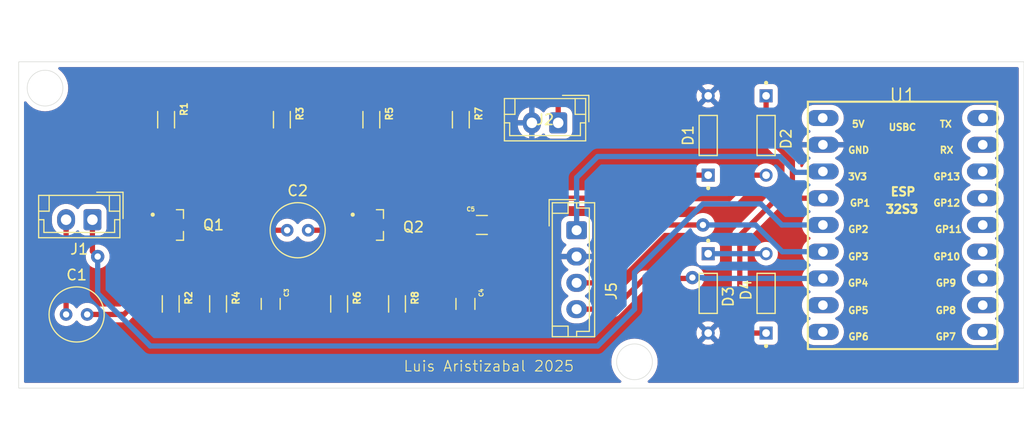
<source format=kicad_pcb>
(kicad_pcb (version 20240108) (generator "pcbnew") (generator_version "8.0")
  (layers (0 "F.Cu" signal) (31 "B.Cu" signal) (34 "B.Paste" user) (35 "F.Paste" user) (36 "B.SilkS" user "B.Silkscreen") (37 "F.SilkS" user "F.Silkscreen") (38 "B.Mask" user) (39 "F.Mask" user) (44 "Edge.Cuts" user))
  (net 0 "")
  (net 1 "/PWMInput")
  (net 2 "Net-(J1-Pin_2)")
  (net 3 "Net-(J2-Pin_1)")
  (net 4 "GND")
  (net 5 "/3V3")
  (net 6 "/SDA")
  (net 7 "/SCL")
  (net 8 "Net-(C1-Pad2)")
  (net 9 "Net-(C2-Pad2)")
  (net 10 "Net-(C2-Pad1)")
  (net 11 "Net-(C3-Pad1)")
  (net 12 "Net-(C4-Pad1)")
  (net 13 "/GSROutput")
  (net 14 "Net-(C5-Pad1)")
  (net 27 "Net-(C5-Pad2)")
  (net 28 "Net-(D3-PadK)")
  (footprint "1N4148:DIOAD753W49L380D172B" (layer "F.Cu") (at 148.5 63.5 -90)
    (property "Reference" "D3" (at 0.3175 -1.905 90) (layer "F.SilkS"))
    (property "Value" "1N4148")
    (fp_line (start -1.9025 0.86) (end -1.9025 -0.86) (stroke (width 0.127)) (layer "F.SilkS"))
    (fp_line (start 1.9025 0.86) (end -1.9025 0.86) (stroke (width 0.127)) (layer "F.SilkS"))
    (fp_line (start -1.9025 -0.86) (end 1.9025 -0.86) (stroke (width 0.127)) (layer "F.SilkS"))
    (fp_line (start 1.9025 -0.86) (end 1.9025 0.86) (stroke (width 0.127)) (layer "F.SilkS"))
    (fp_circle (center -5 0) (end -4.9 0) (stroke (width 0.2)) (fill none) (layer "F.SilkS"))
    (pad "A" thru_hole circle (at 3.7685 0 270) (size 1.238 1.238) (drill 0.73) (layers "*.Cu" "*.Mask" "In1.Cu" "In2.Cu" "In3.Cu" "In4.Cu" "In5.Cu" "In6.Cu" "In7.Cu" "In8.Cu" "In9.Cu" "In10.Cu" "In11.Cu" "In12.Cu" "In13.Cu" "In14.Cu" "In15.Cu" "In16.Cu" "In17.Cu" "In18.Cu" "In19.Cu" "In20.Cu" "In21.Cu" "In22.Cu" "In23.Cu" "In24.Cu" "In25.Cu" "In26.Cu" "In27.Cu" "In28.Cu" "In29.Cu" "In30.Cu") (net 4 "GND"))
    (pad "K" thru_hole rect (at -3.7685 0 270) (size 1.238 1.238) (drill 0.73) (layers "*.Cu" "*.Mask" "In1.Cu" "In2.Cu" "In3.Cu" "In4.Cu" "In5.Cu" "In6.Cu" "In7.Cu" "In8.Cu" "In9.Cu" "In10.Cu" "In11.Cu" "In12.Cu" "In13.Cu" "In14.Cu" "In15.Cu" "In16.Cu" "In17.Cu" "In18.Cu" "In19.Cu" "In20.Cu" "In21.Cu" "In22.Cu" "In23.Cu" "In24.Cu" "In25.Cu" "In26.Cu" "In27.Cu" "In28.Cu" "In29.Cu" "In30.Cu") (net 28 "Net-(D3-PadK)"))
  )
  (footprint "ERA8ARW9532V:RES_ERA8ARW9532V" (layer "F.Cu") (at 118.938 64.5 -90)
    (property "Reference" "R8" (at -0.568 -1.7064 90) (layer "F.SilkS") (effects (font (size 0.64 0.64))))
    (property "Value" "ERA8ARW9532V")
    (fp_line (start -0.78 0.8) (end 0.78 0.8) (stroke (width 0.127)) (layer "F.SilkS"))
    (fp_line (start -0.78 -0.8) (end 0.78 -0.8) (stroke (width 0.127)) (layer "F.SilkS"))
    (pad "1" smd rect (at -1.725 0 270) (size 1.25 1.5) (layers "F.Cu" "F.Paste" "F.Mask") (net 12 "Net-(C4-Pad1)"))
    (pad "2" smd rect (at 1.725 0 270) (size 1.25 1.5) (layers "F.Cu" "F.Paste" "F.Mask") (net 4 "GND"))
  )
  (footprint "GRM31CR71E106KA12K:CAPC3216X180N" (layer "F.Cu") (at 125.438 64.5 -90)
    (property "Reference" "C4" (at -1.06 -1.5 90) (layer "F.SilkS") (effects (font (size 0.393701 0.393701))))
    (property "Value" "GRM31CR71E106KA12K")
    (fp_line (start -0.52 0.9) (end 0.52 0.9) (stroke (width 0.127)) (layer "F.SilkS"))
    (fp_line (start -0.52 -0.9) (end 0.52 -0.9) (stroke (width 0.127)) (layer "F.SilkS"))
    (pad "1" smd rect (at -1.45 0 270) (size 1.21 1.82) (layers "F.Cu" "F.Paste" "F.Mask") (net 12 "Net-(C4-Pad1)"))
    (pad "2" smd rect (at 1.45 0 270) (size 1.21 1.82) (layers "F.Cu" "F.Paste" "F.Mask") (net 4 "GND"))
  )
  (footprint "ERA8ARW9532V:RES_ERA8ARW9532V" (layer "F.Cu") (at 116.5 47 -90)
    (property "Reference" "R5" (at -0.568 -1.7064 90) (layer "F.SilkS") (effects (font (size 0.64 0.64))))
    (property "Value" "ERA8ARW9532V")
    (fp_line (start -0.78 0.8) (end 0.78 0.8) (stroke (width 0.127)) (layer "F.SilkS"))
    (fp_line (start -0.78 -0.8) (end 0.78 -0.8) (stroke (width 0.127)) (layer "F.SilkS"))
    (pad "1" smd rect (at -1.725 0 270) (size 1.25 1.5) (layers "F.Cu" "F.Paste" "F.Mask") (net 3 "Net-(J2-Pin_1)"))
    (pad "2" smd rect (at 1.725 0 270) (size 1.25 1.5) (layers "F.Cu" "F.Paste" "F.Mask") (net 9 "Net-(C2-Pad2)"))
  )
  (footprint "ERA8ARW9532V:RES_ERA8ARW9532V" (layer "F.Cu") (at 97.438 64.5 -90)
    (property "Reference" "R2" (at -0.568 -1.7064 90) (layer "F.SilkS") (effects (font (size 0.64 0.64))))
    (property "Value" "ERA8ARW9532V")
    (fp_line (start -0.78 0.8) (end 0.78 0.8) (stroke (width 0.127)) (layer "F.SilkS"))
    (fp_line (start -0.78 -0.8) (end 0.78 -0.8) (stroke (width 0.127)) (layer "F.SilkS"))
    (pad "1" smd rect (at -1.725 0 270) (size 1.25 1.5) (layers "F.Cu" "F.Paste" "F.Mask") (net 8 "Net-(C1-Pad2)"))
    (pad "2" smd rect (at 1.725 0 270) (size 1.25 1.5) (layers "F.Cu" "F.Paste" "F.Mask") (net 4 "GND"))
  )
  (footprint "ERA8ARW9532V:RES_ERA8ARW9532V" (layer "F.Cu") (at 97 47 -90)
    (property "Reference" "R1" (at -1 -1.7064 90) (layer "F.SilkS") (effects (font (size 0.64 0.64))))
    (property "Value" "ERA8ARW9532V")
    (fp_line (start -0.78 0.8) (end 0.78 0.8) (stroke (width 0.127)) (layer "F.SilkS"))
    (fp_line (start -0.78 -0.8) (end 0.78 -0.8) (stroke (width 0.127)) (layer "F.SilkS"))
    (pad "1" smd rect (at -1.725 0 270) (size 1.25 1.5) (layers "F.Cu" "F.Paste" "F.Mask") (net 3 "Net-(J2-Pin_1)"))
    (pad "2" smd rect (at 1.725 0 270) (size 1.25 1.5) (layers "F.Cu" "F.Paste" "F.Mask") (net 8 "Net-(C1-Pad2)"))
  )
  (footprint "GRM31CR71E106KA12K:CAPC3216X180N" (layer "F.Cu") (at 106.938 64.5 -90)
    (property "Reference" "C3" (at -1.06 -1.5 90) (layer "F.SilkS") (effects (font (size 0.393701 0.393701))))
    (property "Value" "GRM31CR71E106KA12K")
    (fp_line (start -0.52 0.9) (end 0.52 0.9) (stroke (width 0.127)) (layer "F.SilkS"))
    (fp_line (start -0.52 -0.9) (end 0.52 -0.9) (stroke (width 0.127)) (layer "F.SilkS"))
    (pad "1" smd rect (at -1.45 0 270) (size 1.21 1.82) (layers "F.Cu" "F.Paste" "F.Mask") (net 11 "Net-(C3-Pad1)"))
    (pad "2" smd rect (at 1.45 0 270) (size 1.21 1.82) (layers "F.Cu" "F.Paste" "F.Mask") (net 4 "GND"))
  )
  (footprint "PCBLIB_ESP32-S3-ZERO-(SANE-SCHEMATIC-FOOTPRINT-COMBO)_2025-05-01:ESP32-S3-XIAO" (layer "F.Cu") (at 167 57)
    (property "Reference" "U1" (at -0.0064 -12.3051 0) (layer "F.SilkS") (effects (font (size 1.27 1.27))))
    (property "Value" "~")
    (fp_rect (start -9.0314 -11.71) (end 8.9686 11.7901) (stroke (width 0.2)) (fill none) (layer "F.SilkS"))
    (fp_text user "GP12" (at 2.8187 -2.4602 0) (layer "F.SilkS") (effects (font (size 0.64 0.64)) (justify left top)))
    (fp_text user "ESP" (at -1.2638 -3.6202 0) (layer "F.SilkS") (effects (font (size 0.8 0.8) (thickness 0.2)) (justify left top)))
    (fp_text user "GP5" (at -5.2795 7.7399 0) (layer "F.SilkS") (effects (font (size 0.64 0.64)) (justify left top)))
    (fp_text user "32S3" (at -1.7538 -1.9702 0) (layer "F.SilkS") (effects (font (size 0.8 0.8) (thickness 0.2)) (justify left top)))
    (fp_text user "GP4" (at -5.2976 5.14 0) (layer "F.SilkS") (effects (font (size 0.64 0.64)) (justify left top)))
    (fp_text user "GP6" (at -5.261 10.2398 0) (layer "F.SilkS") (effects (font (size 0.64 0.64)) (justify left top)))
    (fp_text user "GP7" (at 3.0298 10.2398 0) (layer "F.SilkS") (effects (font (size 0.64 0.64)) (justify left top)))
    (fp_text user "GP8" (at 3.0303 7.7399 0) (layer "F.SilkS") (effects (font (size 0.64 0.64)) (justify left top)))
    (fp_text user "GP2" (at -5.2785 0.0399 0) (layer "F.SilkS") (effects (font (size 0.64 0.64)) (justify left top)))
    (fp_text user "RX" (at 3.423 -7.4861 0) (layer "F.SilkS") (effects (font (size 0.64 0.64)) (justify left top)))
    (fp_text user "5V" (at -4.9217 -9.9601 0) (layer "F.SilkS") (effects (font (size 0.64 0.64)) (justify left top)))
    (fp_text user "GP3" (at -5.2793 2.6399 0) (layer "F.SilkS") (effects (font (size 0.64 0.64)) (justify left top)))
    (fp_text user "GP10" (at 2.8185 2.6399 0) (layer "F.SilkS") (effects (font (size 0.64 0.64)) (justify left top)))
    (fp_text user "3V3" (at -5.2971 -4.9601 0) (layer "F.SilkS") (effects (font (size 0.64 0.64)) (justify left top)))
    (fp_text user "USBC" (at -1.4274 -9.6601 0) (layer "F.SilkS") (effects (font (size 0.64 0.64)) (justify left top)))
    (fp_text user "GP11" (at 2.9831 0.0399 0) (layer "F.SilkS") (effects (font (size 0.64 0.64)) (justify left top)))
    (fp_text user "GP1" (at -5.1152 -2.4602 0) (layer "F.SilkS") (effects (font (size 0.64 0.64)) (justify left top)))
    (fp_text user "TX" (at 3.4225 -9.9601 0) (layer "F.SilkS") (effects (font (size 0.64 0.64)) (justify left top)))
    (fp_text user "GND" (at -5.2793 -7.4861 0) (layer "F.SilkS") (effects (font (size 0.64 0.64)) (justify left top)))
    (fp_text user "GP13" (at 2.8185 -4.9601 0) (layer "F.SilkS") (effects (font (size 0.64 0.64)) (justify left top)))
    (fp_text user "GP9" (at 3.0478 5.14 0) (layer "F.SilkS") (effects (font (size 0.64 0.64)) (justify left top)))
    (pad "1" thru_hole oval (at -7.6186 -10.1601) (size 3 1.52) (drill 0.9144) (layers "*.Cu" "*.Mask" "In1.Cu" "In2.Cu" "In3.Cu" "In4.Cu" "In5.Cu" "In6.Cu" "In7.Cu" "In8.Cu" "In9.Cu" "In10.Cu" "In11.Cu" "In12.Cu" "In13.Cu" "In14.Cu" "In15.Cu" "In16.Cu" "In17.Cu" "In18.Cu" "In19.Cu" "In20.Cu" "In21.Cu" "In22.Cu" "In23.Cu" "In24.Cu" "In25.Cu" "In26.Cu" "In27.Cu" "In28.Cu" "In29.Cu" "In30.Cu"))
    (pad "2" thru_hole oval (at -7.6016 -7.6201) (size 3 1.52) (drill 0.9144) (layers "*.Cu" "*.Mask" "In1.Cu" "In2.Cu" "In3.Cu" "In4.Cu" "In5.Cu" "In6.Cu" "In7.Cu" "In8.Cu" "In9.Cu" "In10.Cu" "In11.Cu" "In12.Cu" "In13.Cu" "In14.Cu" "In15.Cu" "In16.Cu" "In17.Cu" "In18.Cu" "In19.Cu" "In20.Cu" "In21.Cu" "In22.Cu" "In23.Cu" "In24.Cu" "In25.Cu" "In26.Cu" "In27.Cu" "In28.Cu" "In29.Cu" "In30.Cu") (net 4 "GND"))
    (pad "3" thru_hole oval (at -7.6016 -5.0801) (size 3 1.52) (drill 0.914) (layers "*.Cu" "*.Mask" "In1.Cu" "In2.Cu" "In3.Cu" "In4.Cu" "In5.Cu" "In6.Cu" "In7.Cu" "In8.Cu" "In9.Cu" "In10.Cu" "In11.Cu" "In12.Cu" "In13.Cu" "In14.Cu" "In15.Cu" "In16.Cu" "In17.Cu" "In18.Cu" "In19.Cu" "In20.Cu" "In21.Cu" "In22.Cu" "In23.Cu" "In24.Cu" "In25.Cu" "In26.Cu" "In27.Cu" "In28.Cu" "In29.Cu" "In30.Cu") (net 5 "/3V3"))
    (pad "4" thru_hole oval (at -7.6016 -2.5401) (size 3 1.52) (drill 0.914) (layers "*.Cu" "*.Mask" "In1.Cu" "In2.Cu" "In3.Cu" "In4.Cu" "In5.Cu" "In6.Cu" "In7.Cu" "In8.Cu" "In9.Cu" "In10.Cu" "In11.Cu" "In12.Cu" "In13.Cu" "In14.Cu" "In15.Cu" "In16.Cu" "In17.Cu" "In18.Cu" "In19.Cu" "In20.Cu" "In21.Cu" "In22.Cu" "In23.Cu" "In24.Cu" "In25.Cu" "In26.Cu" "In27.Cu" "In28.Cu" "In29.Cu" "In30.Cu") (net 13 "/GSROutput"))
    (pad "5" thru_hole oval (at -7.6016 -0.0001) (size 3 1.52) (drill 0.914) (layers "*.Cu" "*.Mask" "In1.Cu" "In2.Cu" "In3.Cu" "In4.Cu" "In5.Cu" "In6.Cu" "In7.Cu" "In8.Cu" "In9.Cu" "In10.Cu" "In11.Cu" "In12.Cu" "In13.Cu" "In14.Cu" "In15.Cu" "In16.Cu" "In17.Cu" "In18.Cu" "In19.Cu" "In20.Cu" "In21.Cu" "In22.Cu" "In23.Cu" "In24.Cu" "In25.Cu" "In26.Cu" "In27.Cu" "In28.Cu" "In29.Cu" "In30.Cu") (net 1 "/PWMInput"))
    (pad "6" thru_hole oval (at -7.6016 2.5399) (size 3 1.52) (drill 0.914) (layers "*.Cu" "*.Mask" "In1.Cu" "In2.Cu" "In3.Cu" "In4.Cu" "In5.Cu" "In6.Cu" "In7.Cu" "In8.Cu" "In9.Cu" "In10.Cu" "In11.Cu" "In12.Cu" "In13.Cu" "In14.Cu" "In15.Cu" "In16.Cu" "In17.Cu" "In18.Cu" "In19.Cu" "In20.Cu" "In21.Cu" "In22.Cu" "In23.Cu" "In24.Cu" "In25.Cu" "In26.Cu" "In27.Cu" "In28.Cu" "In29.Cu" "In30.Cu") (net 6 "/SDA"))
    (pad "7" thru_hole oval (at -7.6016 5.0799) (size 3 1.52) (drill 0.914) (layers "*.Cu" "*.Mask" "In1.Cu" "In2.Cu" "In3.Cu" "In4.Cu" "In5.Cu" "In6.Cu" "In7.Cu" "In8.Cu" "In9.Cu" "In10.Cu" "In11.Cu" "In12.Cu" "In13.Cu" "In14.Cu" "In15.Cu" "In16.Cu" "In17.Cu" "In18.Cu" "In19.Cu" "In20.Cu" "In21.Cu" "In22.Cu" "In23.Cu" "In24.Cu" "In25.Cu" "In26.Cu" "In27.Cu" "In28.Cu" "In29.Cu" "In30.Cu") (net 7 "/SCL"))
    (pad "8" thru_hole oval (at -7.6016 7.6199) (size 3 1.52) (drill 0.914) (layers "*.Cu" "*.Mask" "In1.Cu" "In2.Cu" "In3.Cu" "In4.Cu" "In5.Cu" "In6.Cu" "In7.Cu" "In8.Cu" "In9.Cu" "In10.Cu" "In11.Cu" "In12.Cu" "In13.Cu" "In14.Cu" "In15.Cu" "In16.Cu" "In17.Cu" "In18.Cu" "In19.Cu" "In20.Cu" "In21.Cu" "In22.Cu" "In23.Cu" "In24.Cu" "In25.Cu" "In26.Cu" "In27.Cu" "In28.Cu" "In29.Cu" "In30.Cu"))
    (pad "9" thru_hole oval (at -7.6016 10.1599) (size 3 1.52) (drill 0.914) (layers "*.Cu" "*.Mask" "In1.Cu" "In2.Cu" "In3.Cu" "In4.Cu" "In5.Cu" "In6.Cu" "In7.Cu" "In8.Cu" "In9.Cu" "In10.Cu" "In11.Cu" "In12.Cu" "In13.Cu" "In14.Cu" "In15.Cu" "In16.Cu" "In17.Cu" "In18.Cu" "In19.Cu" "In20.Cu" "In21.Cu" "In22.Cu" "In23.Cu" "In24.Cu" "In25.Cu" "In26.Cu" "In27.Cu" "In28.Cu" "In29.Cu" "In30.Cu"))
    (pad "10" thru_hole oval (at 7.5845 10.1599) (size 3 1.52) (drill 0.914) (layers "*.Cu" "*.Mask" "In1.Cu" "In2.Cu" "In3.Cu" "In4.Cu" "In5.Cu" "In6.Cu" "In7.Cu" "In8.Cu" "In9.Cu" "In10.Cu" "In11.Cu" "In12.Cu" "In13.Cu" "In14.Cu" "In15.Cu" "In16.Cu" "In17.Cu" "In18.Cu" "In19.Cu" "In20.Cu" "In21.Cu" "In22.Cu" "In23.Cu" "In24.Cu" "In25.Cu" "In26.Cu" "In27.Cu" "In28.Cu" "In29.Cu" "In30.Cu"))
    (pad "11" thru_hole oval (at 7.5845 7.6199) (size 3 1.52) (drill 0.914) (layers "*.Cu" "*.Mask" "In1.Cu" "In2.Cu" "In3.Cu" "In4.Cu" "In5.Cu" "In6.Cu" "In7.Cu" "In8.Cu" "In9.Cu" "In10.Cu" "In11.Cu" "In12.Cu" "In13.Cu" "In14.Cu" "In15.Cu" "In16.Cu" "In17.Cu" "In18.Cu" "In19.Cu" "In20.Cu" "In21.Cu" "In22.Cu" "In23.Cu" "In24.Cu" "In25.Cu" "In26.Cu" "In27.Cu" "In28.Cu" "In29.Cu" "In30.Cu"))
    (pad "12" thru_hole oval (at 7.5845 5.0799) (size 3 1.52) (drill 0.914) (layers "*.Cu" "*.Mask" "In1.Cu" "In2.Cu" "In3.Cu" "In4.Cu" "In5.Cu" "In6.Cu" "In7.Cu" "In8.Cu" "In9.Cu" "In10.Cu" "In11.Cu" "In12.Cu" "In13.Cu" "In14.Cu" "In15.Cu" "In16.Cu" "In17.Cu" "In18.Cu" "In19.Cu" "In20.Cu" "In21.Cu" "In22.Cu" "In23.Cu" "In24.Cu" "In25.Cu" "In26.Cu" "In27.Cu" "In28.Cu" "In29.Cu" "In30.Cu"))
    (pad "13" thru_hole oval (at 7.5845 2.5399) (size 3 1.52) (drill 0.914) (layers "*.Cu" "*.Mask" "In1.Cu" "In2.Cu" "In3.Cu" "In4.Cu" "In5.Cu" "In6.Cu" "In7.Cu" "In8.Cu" "In9.Cu" "In10.Cu" "In11.Cu" "In12.Cu" "In13.Cu" "In14.Cu" "In15.Cu" "In16.Cu" "In17.Cu" "In18.Cu" "In19.Cu" "In20.Cu" "In21.Cu" "In22.Cu" "In23.Cu" "In24.Cu" "In25.Cu" "In26.Cu" "In27.Cu" "In28.Cu" "In29.Cu" "In30.Cu"))
    (pad "14" thru_hole oval (at 7.5845 -0.0001) (size 3 1.52) (drill 0.914) (layers "*.Cu" "*.Mask" "In1.Cu" "In2.Cu" "In3.Cu" "In4.Cu" "In5.Cu" "In6.Cu" "In7.Cu" "In8.Cu" "In9.Cu" "In10.Cu" "In11.Cu" "In12.Cu" "In13.Cu" "In14.Cu" "In15.Cu" "In16.Cu" "In17.Cu" "In18.Cu" "In19.Cu" "In20.Cu" "In21.Cu" "In22.Cu" "In23.Cu" "In24.Cu" "In25.Cu" "In26.Cu" "In27.Cu" "In28.Cu" "In29.Cu" "In30.Cu"))
    (pad "15" thru_hole oval (at 7.5845 -2.5401) (size 3 1.52) (drill 0.914) (layers "*.Cu" "*.Mask" "In1.Cu" "In2.Cu" "In3.Cu" "In4.Cu" "In5.Cu" "In6.Cu" "In7.Cu" "In8.Cu" "In9.Cu" "In10.Cu" "In11.Cu" "In12.Cu" "In13.Cu" "In14.Cu" "In15.Cu" "In16.Cu" "In17.Cu" "In18.Cu" "In19.Cu" "In20.Cu" "In21.Cu" "In22.Cu" "In23.Cu" "In24.Cu" "In25.Cu" "In26.Cu" "In27.Cu" "In28.Cu" "In29.Cu" "In30.Cu"))
    (pad "16" thru_hole oval (at 7.5845 -5.0801) (size 3 1.52) (drill 0.914) (layers "*.Cu" "*.Mask" "In1.Cu" "In2.Cu" "In3.Cu" "In4.Cu" "In5.Cu" "In6.Cu" "In7.Cu" "In8.Cu" "In9.Cu" "In10.Cu" "In11.Cu" "In12.Cu" "In13.Cu" "In14.Cu" "In15.Cu" "In16.Cu" "In17.Cu" "In18.Cu" "In19.Cu" "In20.Cu" "In21.Cu" "In22.Cu" "In23.Cu" "In24.Cu" "In25.Cu" "In26.Cu" "In27.Cu" "In28.Cu" "In29.Cu" "In30.Cu"))
    (pad "17" thru_hole oval (at 7.5845 -7.6201) (size 3 1.52) (drill 0.9144) (layers "*.Cu" "*.Mask" "In1.Cu" "In2.Cu" "In3.Cu" "In4.Cu" "In5.Cu" "In6.Cu" "In7.Cu" "In8.Cu" "In9.Cu" "In10.Cu" "In11.Cu" "In12.Cu" "In13.Cu" "In14.Cu" "In15.Cu" "In16.Cu" "In17.Cu" "In18.Cu" "In19.Cu" "In20.Cu" "In21.Cu" "In22.Cu" "In23.Cu" "In24.Cu" "In25.Cu" "In26.Cu" "In27.Cu" "In28.Cu" "In29.Cu" "In30.Cu"))
    (pad "18" thru_hole oval (at 7.6186 -10.1601) (size 3 1.52) (drill 0.9144) (layers "*.Cu" "*.Mask" "In1.Cu" "In2.Cu" "In3.Cu" "In4.Cu" "In5.Cu" "In6.Cu" "In7.Cu" "In8.Cu" "In9.Cu" "In10.Cu" "In11.Cu" "In12.Cu" "In13.Cu" "In14.Cu" "In15.Cu" "In16.Cu" "In17.Cu" "In18.Cu" "In19.Cu" "In20.Cu" "In21.Cu" "In22.Cu" "In23.Cu" "In24.Cu" "In25.Cu" "In26.Cu" "In27.Cu" "In28.Cu" "In29.Cu" "In30.Cu"))
    (zone (net 0) (net_name "") (layer "F.SilkS") (priority 100) (connect_pads yes (clearance 0)) (min_thickness 0) (fill yes (thermal_gap 0.5) (thermal_bridge_width 0.5))
      (polygon (pts (xy 166.9685 45.74) (xy 166.2685 46.44) (xy 167.6685 46.44)))
    )
  )
  (footprint "1N4148:DIOAD753W49L380D172B" (layer "F.Cu") (at 154 48.5 -90)
    (property "Reference" "D2" (at 0.3175 -1.905 90) (layer "F.SilkS"))
    (property "Value" "1N4148")
    (fp_line (start -1.9025 0.86) (end -1.9025 -0.86) (stroke (width 0.127)) (layer "F.SilkS"))
    (fp_line (start 1.9025 0.86) (end -1.9025 0.86) (stroke (width 0.127)) (layer "F.SilkS"))
    (fp_line (start -1.9025 -0.86) (end 1.9025 -0.86) (stroke (width 0.127)) (layer "F.SilkS"))
    (fp_line (start 1.9025 -0.86) (end 1.9025 0.86) (stroke (width 0.127)) (layer "F.SilkS"))
    (fp_circle (center -5 0) (end -4.9 0) (stroke (width 0.2)) (fill none) (layer "F.SilkS"))
    (pad "A" thru_hole circle (at 3.7685 0 270) (size 1.238 1.238) (drill 0.73) (layers "*.Cu" "*.Mask" "In1.Cu" "In2.Cu" "In3.Cu" "In4.Cu" "In5.Cu" "In6.Cu" "In7.Cu" "In8.Cu" "In9.Cu" "In10.Cu" "In11.Cu" "In12.Cu" "In13.Cu" "In14.Cu" "In15.Cu" "In16.Cu" "In17.Cu" "In18.Cu" "In19.Cu" "In20.Cu" "In21.Cu" "In22.Cu" "In23.Cu" "In24.Cu" "In25.Cu" "In26.Cu" "In27.Cu" "In28.Cu" "In29.Cu" "In30.Cu") (net 27 "Net-(C5-Pad2)"))
    (pad "K" thru_hole rect (at -3.7685 0 270) (size 1.238 1.238) (drill 0.73) (layers "*.Cu" "*.Mask" "In1.Cu" "In2.Cu" "In3.Cu" "In4.Cu" "In5.Cu" "In6.Cu" "In7.Cu" "In8.Cu" "In9.Cu" "In10.Cu" "In11.Cu" "In12.Cu" "In13.Cu" "In14.Cu" "In15.Cu" "In16.Cu" "In17.Cu" "In18.Cu" "In19.Cu" "In20.Cu" "In21.Cu" "In22.Cu" "In23.Cu" "In24.Cu" "In25.Cu" "In26.Cu" "In27.Cu" "In28.Cu" "In29.Cu" "In30.Cu") (net 13 "/GSROutput"))
  )
  (footprint "1N4148:DIOAD753W49L380D172B" (layer "F.Cu") (at 148.5 48.5 90)
    (property "Reference" "D1" (at 0 -1.905 90) (layer "F.SilkS"))
    (property "Value" "1N4148")
    (fp_line (start 1.9025 -0.86) (end 1.9025 0.86) (stroke (width 0.127)) (layer "F.SilkS"))
    (fp_line (start -1.9025 -0.86) (end 1.9025 -0.86) (stroke (width 0.127)) (layer "F.SilkS"))
    (fp_line (start 1.9025 0.86) (end -1.9025 0.86) (stroke (width 0.127)) (layer "F.SilkS"))
    (fp_line (start -1.9025 0.86) (end -1.9025 -0.86) (stroke (width 0.127)) (layer "F.SilkS"))
    (fp_circle (center -5 0) (end -4.9 0) (stroke (width 0.2)) (fill none) (layer "F.SilkS"))
    (pad "A" thru_hole circle (at 3.7685 0 90) (size 1.238 1.238) (drill 0.73) (layers "*.Cu" "*.Mask" "In1.Cu" "In2.Cu" "In3.Cu" "In4.Cu" "In5.Cu" "In6.Cu" "In7.Cu" "In8.Cu" "In9.Cu" "In10.Cu" "In11.Cu" "In12.Cu" "In13.Cu" "In14.Cu" "In15.Cu" "In16.Cu" "In17.Cu" "In18.Cu" "In19.Cu" "In20.Cu" "In21.Cu" "In22.Cu" "In23.Cu" "In24.Cu" "In25.Cu" "In26.Cu" "In27.Cu" "In28.Cu" "In29.Cu" "In30.Cu") (net 4 "GND"))
    (pad "K" thru_hole rect (at -3.7685 0 90) (size 1.238 1.238) (drill 0.73) (layers "*.Cu" "*.Mask" "In1.Cu" "In2.Cu" "In3.Cu" "In4.Cu" "In5.Cu" "In6.Cu" "In7.Cu" "In8.Cu" "In9.Cu" "In10.Cu" "In11.Cu" "In12.Cu" "In13.Cu" "In14.Cu" "In15.Cu" "In16.Cu" "In17.Cu" "In18.Cu" "In19.Cu" "In20.Cu" "In21.Cu" "In22.Cu" "In23.Cu" "In24.Cu" "In25.Cu" "In26.Cu" "In27.Cu" "In28.Cu" "In29.Cu" "In30.Cu") (net 27 "Net-(C5-Pad2)"))
  )
  (footprint "ERA8ARW9532V:RES_ERA8ARW9532V" (layer "F.Cu") (at 125 47 -90)
    (property "Reference" "R7" (at -0.568 -1.7064 90) (layer "F.SilkS") (effects (font (size 0.64 0.64))))
    (property "Value" "ERA8ARW9532V")
    (fp_line (start -0.78 0.8) (end 0.78 0.8) (stroke (width 0.127)) (layer "F.SilkS"))
    (fp_line (start -0.78 -0.8) (end 0.78 -0.8) (stroke (width 0.127)) (layer "F.SilkS"))
    (pad "1" smd rect (at -1.725 0 270) (size 1.25 1.5) (layers "F.Cu" "F.Paste" "F.Mask") (net 3 "Net-(J2-Pin_1)"))
    (pad "2" smd rect (at 1.725 0 270) (size 1.25 1.5) (layers "F.Cu" "F.Paste" "F.Mask") (net 14 "Net-(C5-Pad1)"))
  )
  (footprint "Capacitor_THT:C_Radial_D5.0mm_H7.0mm_P2.00mm" (layer "F.Cu") (at 108.5 57.5)
    (property "Reference" "C2" (at 1 -3.75 0) (layer "F.SilkS"))
    (property "Value" "THT 104")
    (fp_circle (center 1 0) (end 3.62 0) (stroke (width 0.12)) (fill none) (layer "F.SilkS"))
    (pad "1" thru_hole circle (at 0 0) (size 1.2 1.2) (drill 0.6) (layers "*.Cu" "*.Mask" "In1.Cu" "In2.Cu" "In3.Cu" "In4.Cu" "In5.Cu" "In6.Cu" "In7.Cu" "In8.Cu" "In9.Cu" "In10.Cu" "In11.Cu" "In12.Cu" "In13.Cu" "In14.Cu" "In15.Cu" "In16.Cu" "In17.Cu" "In18.Cu" "In19.Cu" "In20.Cu" "In21.Cu" "In22.Cu" "In23.Cu" "In24.Cu" "In25.Cu" "In26.Cu" "In27.Cu" "In28.Cu" "In29.Cu" "In30.Cu") (net 10 "Net-(C2-Pad1)"))
    (pad "2" thru_hole circle (at 2 0) (size 1.2 1.2) (drill 0.6) (layers "*.Cu" "*.Mask" "In1.Cu" "In2.Cu" "In3.Cu" "In4.Cu" "In5.Cu" "In6.Cu" "In7.Cu" "In8.Cu" "In9.Cu" "In10.Cu" "In11.Cu" "In12.Cu" "In13.Cu" "In14.Cu" "In15.Cu" "In16.Cu" "In17.Cu" "In18.Cu" "In19.Cu" "In20.Cu" "In21.Cu" "In22.Cu" "In23.Cu" "In24.Cu" "In25.Cu" "In26.Cu" "In27.Cu" "In28.Cu" "In29.Cu" "In30.Cu") (net 9 "Net-(C2-Pad2)"))
  )
  (footprint "ERA8ARW9532V:RES_ERA8ARW9532V" (layer "F.Cu") (at 101.938 64.5 -90)
    (property "Reference" "R4" (at -0.568 -1.7064 90) (layer "F.SilkS") (effects (font (size 0.64 0.64))))
    (property "Value" "ERA8ARW9532V")
    (fp_line (start -0.78 0.8) (end 0.78 0.8) (stroke (width 0.127)) (layer "F.SilkS"))
    (fp_line (start -0.78 -0.8) (end 0.78 -0.8) (stroke (width 0.127)) (layer "F.SilkS"))
    (pad "1" smd rect (at -1.725 0 270) (size 1.25 1.5) (layers "F.Cu" "F.Paste" "F.Mask") (net 11 "Net-(C3-Pad1)"))
    (pad "2" smd rect (at 1.725 0 270) (size 1.25 1.5) (layers "F.Cu" "F.Paste" "F.Mask") (net 4 "GND"))
  )
  (footprint "Connector_JST:JST_EH_B2B-EH-A_1x02_P2.50mm_Vertical" (layer "F.Cu") (at 90 56.5 180)
    (property "Reference" "J1" (at 1.25 -2.8 0) (layer "F.SilkS"))
    (property "Value" "Conn_01x02_Socket")
    (fp_line (start 5.11 2.31) (end 5.11 -1.71) (stroke (width 0.12)) (layer "F.SilkS"))
    (fp_line (start 5.11 0.81) (end 4.11 0.81) (stroke (width 0.12)) (layer "F.SilkS"))
    (fp_line (start 5.11 -1.71) (end -2.61 -1.71) (stroke (width 0.12)) (layer "F.SilkS"))
    (fp_line (start 4.61 0) (end 5.11 0) (stroke (width 0.12)) (layer "F.SilkS"))
    (fp_line (start 4.61 -1.21) (end 4.61 0) (stroke (width 0.12)) (layer "F.SilkS"))
    (fp_line (start 4.11 0.81) (end 4.11 2.31) (stroke (width 0.12)) (layer "F.SilkS"))
    (fp_line (start -1.61 0.81) (end -1.61 2.31) (stroke (width 0.12)) (layer "F.SilkS"))
    (fp_line (start -2.11 0) (end -2.11 -1.21) (stroke (width 0.12)) (layer "F.SilkS"))
    (fp_line (start -2.11 -1.21) (end 4.61 -1.21) (stroke (width 0.12)) (layer "F.SilkS"))
    (fp_line (start -2.61 2.31) (end 5.11 2.31) (stroke (width 0.12)) (layer "F.SilkS"))
    (fp_line (start -2.61 0.81) (end -1.61 0.81) (stroke (width 0.12)) (layer "F.SilkS"))
    (fp_line (start -2.61 0) (end -2.11 0) (stroke (width 0.12)) (layer "F.SilkS"))
    (fp_line (start -2.61 -1.71) (end -2.61 2.31) (stroke (width 0.12)) (layer "F.SilkS"))
    (fp_line (start -2.91 2.61) (end -0.41 2.61) (stroke (width 0.12)) (layer "F.SilkS"))
    (fp_line (start -2.91 0.11) (end -2.91 2.61) (stroke (width 0.12)) (layer "F.SilkS"))
    (pad "1" thru_hole roundrect (at 0 0 180) (size 1.7 2) (drill 1) (layers "*.Cu" "*.Mask" "In1.Cu" "In2.Cu" "In3.Cu" "In4.Cu" "In5.Cu" "In6.Cu" "In7.Cu" "In8.Cu" "In9.Cu" "In10.Cu" "In11.Cu" "In12.Cu" "In13.Cu" "In14.Cu" "In15.Cu" "In16.Cu" "In17.Cu" "In18.Cu" "In19.Cu" "In20.Cu" "In21.Cu" "In22.Cu" "In23.Cu" "In24.Cu" "In25.Cu" "In26.Cu" "In27.Cu" "In28.Cu" "In29.Cu" "In30.Cu") (roundrect_rratio 0.147059) (net 1 "/PWMInput"))
    (pad "2" thru_hole oval (at 2.5 0 180) (size 1.7 2) (drill 1) (layers "*.Cu" "*.Mask" "In1.Cu" "In2.Cu" "In3.Cu" "In4.Cu" "In5.Cu" "In6.Cu" "In7.Cu" "In8.Cu" "In9.Cu" "In10.Cu" "In11.Cu" "In12.Cu" "In13.Cu" "In14.Cu" "In15.Cu" "In16.Cu" "In17.Cu" "In18.Cu" "In19.Cu" "In20.Cu" "In21.Cu" "In22.Cu" "In23.Cu" "In24.Cu" "In25.Cu" "In26.Cu" "In27.Cu" "In28.Cu" "In29.Cu" "In30.Cu") (net 2 "Net-(J1-Pin_2)"))
  )
  (footprint "ERA8ARW9532V:RES_ERA8ARW9532V" (layer "F.Cu") (at 113.438 64.5 -90)
    (property "Reference" "R6" (at -0.568 -1.7064 90) (layer "F.SilkS") (effects (font (size 0.64 0.64))))
    (property "Value" "ERA8ARW9532V")
    (fp_line (start -0.78 0.8) (end 0.78 0.8) (stroke (width 0.127)) (layer "F.SilkS"))
    (fp_line (start -0.78 -0.8) (end 0.78 -0.8) (stroke (width 0.127)) (layer "F.SilkS"))
    (pad "1" smd rect (at -1.725 0 270) (size 1.25 1.5) (layers "F.Cu" "F.Paste" "F.Mask") (net 9 "Net-(C2-Pad2)"))
    (pad "2" smd rect (at 1.725 0 270) (size 1.25 1.5) (layers "F.Cu" "F.Paste" "F.Mask") (net 4 "GND"))
  )
  (footprint "MMBT2222A:SOT95P240X120-3N" (layer "F.Cu") (at 117 57)
    (property "Reference" "Q2" (at 3.4959 0.1949 0) (layer "F.SilkS"))
    (property "Value" "MMBT2222A")
    (fp_line (start -0.02 -1.45) (end 0.65 -1.45) (stroke (width 0.127)) (layer "F.SilkS"))
    (fp_line (start 0.65 -1.45) (end 0.65 -0.62) (stroke (width 0.127)) (layer "F.SilkS"))
    (fp_line (start 0.65 1.45) (end -0.02 1.45) (stroke (width 0.127)) (layer "F.SilkS"))
    (fp_line (start 0.65 1.45) (end 0.65 0.62) (stroke (width 0.127)) (layer "F.SilkS"))
    (fp_circle (center -2.27 -0.98) (end -2.17 -0.98) (stroke (width 0.2)) (fill none) (layer "F.SilkS"))
    (pad "1" smd roundrect (at -1 -0.95) (size 1.32 0.6) (layers "F.Cu" "F.Paste" "F.Mask") (roundrect_rratio 0.125) (net 9 "Net-(C2-Pad2)"))
    (pad "2" smd roundrect (at -1 0.95) (size 1.32 0.6) (layers "F.Cu" "F.Paste" "F.Mask") (roundrect_rratio 0.125) (net 12 "Net-(C4-Pad1)"))
    (pad "3" smd roundrect (at 1 0) (size 1.32 0.6) (layers "F.Cu" "F.Paste" "F.Mask") (roundrect_rratio 0.125) (net 14 "Net-(C5-Pad1)"))
  )
  (footprint "MMBT2222A:SOT95P240X120-3N" (layer "F.Cu") (at 98 57)
    (property "Reference" "Q1" (at 3.5 0 0) (layer "F.SilkS"))
    (property "Value" "MMBT2222A")
    (fp_line (start -0.02 -1.45) (end 0.65 -1.45) (stroke (width 0.127)) (layer "F.SilkS"))
    (fp_line (start 0.65 -1.45) (end 0.65 -0.62) (stroke (width 0.127)) (layer "F.SilkS"))
    (fp_line (start 0.65 1.45) (end -0.02 1.45) (stroke (width 0.127)) (layer "F.SilkS"))
    (fp_line (start 0.65 1.45) (end 0.65 0.62) (stroke (width 0.127)) (layer "F.SilkS"))
    (fp_circle (center -2.27 -0.98) (end -2.17 -0.98) (stroke (width 0.2)) (fill none) (layer "F.SilkS"))
    (pad "1" smd roundrect (at -1 -0.95) (size 1.32 0.6) (layers "F.Cu" "F.Paste" "F.Mask") (roundrect_rratio 0.125) (net 8 "Net-(C1-Pad2)"))
    (pad "2" smd roundrect (at -1 0.95) (size 1.32 0.6) (layers "F.Cu" "F.Paste" "F.Mask") (roundrect_rratio 0.125) (net 11 "Net-(C3-Pad1)"))
    (pad "3" smd roundrect (at 1 0) (size 1.32 0.6) (layers "F.Cu" "F.Paste" "F.Mask") (roundrect_rratio 0.125) (net 10 "Net-(C2-Pad1)"))
  )
  (footprint "1N4148:DIOAD753W49L380D172B" (layer "F.Cu") (at 154 63.5 90)
    (property "Reference" "D4" (at 0.3175 -1.905 90) (layer "F.SilkS"))
    (property "Value" "1N4148")
    (fp_line (start 1.9025 -0.86) (end 1.9025 0.86) (stroke (width 0.127)) (layer "F.SilkS"))
    (fp_line (start -1.9025 -0.86) (end 1.9025 -0.86) (stroke (width 0.127)) (layer "F.SilkS"))
    (fp_line (start 1.9025 0.86) (end -1.9025 0.86) (stroke (width 0.127)) (layer "F.SilkS"))
    (fp_line (start -1.9025 0.86) (end -1.9025 -0.86) (stroke (width 0.127)) (layer "F.SilkS"))
    (fp_circle (center -5 0) (end -4.9 0) (stroke (width 0.2)) (fill none) (layer "F.SilkS"))
    (pad "A" thru_hole circle (at 3.7685 0 90) (size 1.238 1.238) (drill 0.73) (layers "*.Cu" "*.Mask" "In1.Cu" "In2.Cu" "In3.Cu" "In4.Cu" "In5.Cu" "In6.Cu" "In7.Cu" "In8.Cu" "In9.Cu" "In10.Cu" "In11.Cu" "In12.Cu" "In13.Cu" "In14.Cu" "In15.Cu" "In16.Cu" "In17.Cu" "In18.Cu" "In19.Cu" "In20.Cu" "In21.Cu" "In22.Cu" "In23.Cu" "In24.Cu" "In25.Cu" "In26.Cu" "In27.Cu" "In28.Cu" "In29.Cu" "In30.Cu") (net 28 "Net-(D3-PadK)"))
    (pad "K" thru_hole rect (at -3.7685 0 90) (size 1.238 1.238) (drill 0.73) (layers "*.Cu" "*.Mask" "In1.Cu" "In2.Cu" "In3.Cu" "In4.Cu" "In5.Cu" "In6.Cu" "In7.Cu" "In8.Cu" "In9.Cu" "In10.Cu" "In11.Cu" "In12.Cu" "In13.Cu" "In14.Cu" "In15.Cu" "In16.Cu" "In17.Cu" "In18.Cu" "In19.Cu" "In20.Cu" "In21.Cu" "In22.Cu" "In23.Cu" "In24.Cu" "In25.Cu" "In26.Cu" "In27.Cu" "In28.Cu" "In29.Cu" "In30.Cu") (net 13 "/GSROutput"))
  )
  (footprint "Connector_JST:JST_EH_B4B-EH-A_1x04_P2.50mm_Vertical" (layer "F.Cu") (at 136 57.5 -90)
    (property "Reference" "J5" (at 5.79 -3.3 90) (layer "F.SilkS"))
    (property "Value" "Conn_01x04_Socket")
    (fp_line (start -2.91 2.61) (end -0.41 2.61) (stroke (width 0.12)) (layer "F.SilkS"))
    (fp_line (start -2.61 2.31) (end 10.11 2.31) (stroke (width 0.12)) (layer "F.SilkS"))
    (fp_line (start 10.11 2.31) (end 10.11 -1.71) (stroke (width 0.12)) (layer "F.SilkS"))
    (fp_line (start -2.61 0.81) (end -1.61 0.81) (stroke (width 0.12)) (layer "F.SilkS"))
    (fp_line (start -1.61 0.81) (end -1.61 2.31) (stroke (width 0.12)) (layer "F.SilkS"))
    (fp_line (start 9.11 0.81) (end 9.11 2.31) (stroke (width 0.12)) (layer "F.SilkS"))
    (fp_line (start 10.11 0.81) (end 9.11 0.81) (stroke (width 0.12)) (layer "F.SilkS"))
    (fp_line (start -2.91 0.11) (end -2.91 2.61) (stroke (width 0.12)) (layer "F.SilkS"))
    (fp_line (start -2.61 0) (end -2.11 0) (stroke (width 0.12)) (layer "F.SilkS"))
    (fp_line (start -2.11 0) (end -2.11 -1.21) (stroke (width 0.12)) (layer "F.SilkS"))
    (fp_line (start 9.61 0) (end 10.11 0) (stroke (width 0.12)) (layer "F.SilkS"))
    (fp_line (start -2.11 -1.21) (end 9.61 -1.21) (stroke (width 0.12)) (layer "F.SilkS"))
    (fp_line (start 9.61 -1.21) (end 9.61 0) (stroke (width 0.12)) (layer "F.SilkS"))
    (fp_line (start -2.61 -1.71) (end -2.61 2.31) (stroke (width 0.12)) (layer "F.SilkS"))
    (fp_line (start 10.11 -1.71) (end -2.61 -1.71) (stroke (width 0.12)) (layer "F.SilkS"))
    (pad "1" thru_hole roundrect (at 0 0 270) (size 1.7 1.95) (drill 0.95) (layers "*.Cu" "*.Mask" "In1.Cu" "In2.Cu" "In3.Cu" "In4.Cu" "In5.Cu" "In6.Cu" "In7.Cu" "In8.Cu" "In9.Cu" "In10.Cu" "In11.Cu" "In12.Cu" "In13.Cu" "In14.Cu" "In15.Cu" "In16.Cu" "In17.Cu" "In18.Cu" "In19.Cu" "In20.Cu" "In21.Cu" "In22.Cu" "In23.Cu" "In24.Cu" "In25.Cu" "In26.Cu" "In27.Cu" "In28.Cu" "In29.Cu" "In30.Cu") (roundrect_rratio 0.147059) (net 5 "/3V3"))
    (pad "2" thru_hole oval (at 2.5 0 270) (size 1.7 1.95) (drill 0.95) (layers "*.Cu" "*.Mask" "In1.Cu" "In2.Cu" "In3.Cu" "In4.Cu" "In5.Cu" "In6.Cu" "In7.Cu" "In8.Cu" "In9.Cu" "In10.Cu" "In11.Cu" "In12.Cu" "In13.Cu" "In14.Cu" "In15.Cu" "In16.Cu" "In17.Cu" "In18.Cu" "In19.Cu" "In20.Cu" "In21.Cu" "In22.Cu" "In23.Cu" "In24.Cu" "In25.Cu" "In26.Cu" "In27.Cu" "In28.Cu" "In29.Cu" "In30.Cu") (net 4 "GND"))
    (pad "3" thru_hole oval (at 5 0 270) (size 1.7 1.95) (drill 0.95) (layers "*.Cu" "*.Mask" "In1.Cu" "In2.Cu" "In3.Cu" "In4.Cu" "In5.Cu" "In6.Cu" "In7.Cu" "In8.Cu" "In9.Cu" "In10.Cu" "In11.Cu" "In12.Cu" "In13.Cu" "In14.Cu" "In15.Cu" "In16.Cu" "In17.Cu" "In18.Cu" "In19.Cu" "In20.Cu" "In21.Cu" "In22.Cu" "In23.Cu" "In24.Cu" "In25.Cu" "In26.Cu" "In27.Cu" "In28.Cu" "In29.Cu" "In30.Cu") (net 6 "/SDA"))
    (pad "4" thru_hole oval (at 7.5 0 270) (size 1.7 1.95) (drill 0.95) (layers "*.Cu" "*.Mask" "In1.Cu" "In2.Cu" "In3.Cu" "In4.Cu" "In5.Cu" "In6.Cu" "In7.Cu" "In8.Cu" "In9.Cu" "In10.Cu" "In11.Cu" "In12.Cu" "In13.Cu" "In14.Cu" "In15.Cu" "In16.Cu" "In17.Cu" "In18.Cu" "In19.Cu" "In20.Cu" "In21.Cu" "In22.Cu" "In23.Cu" "In24.Cu" "In25.Cu" "In26.Cu" "In27.Cu" "In28.Cu" "In29.Cu" "In30.Cu") (net 7 "/SCL"))
  )
  (footprint "ERA8ARW9532V:RES_ERA8ARW9532V" (layer "F.Cu") (at 108 47 -90)
    (property "Reference" "R3" (at -0.568 -1.7064 90) (layer "F.SilkS") (effects (font (size 0.64 0.64))))
    (property "Value" "ERA8ARW9532V")
    (fp_line (start -0.78 0.8) (end 0.78 0.8) (stroke (width 0.127)) (layer "F.SilkS"))
    (fp_line (start -0.78 -0.8) (end 0.78 -0.8) (stroke (width 0.127)) (layer "F.SilkS"))
    (pad "1" smd rect (at -1.725 0 270) (size 1.25 1.5) (layers "F.Cu" "F.Paste" "F.Mask") (net 3 "Net-(J2-Pin_1)"))
    (pad "2" smd rect (at 1.725 0 270) (size 1.25 1.5) (layers "F.Cu" "F.Paste" "F.Mask") (net 10 "Net-(C2-Pad1)"))
  )
  (footprint "Connector_JST:JST_EH_B2B-EH-A_1x02_P2.50mm_Vertical" (layer "F.Cu") (at 134.25 47.3 180)
    (property "Reference" "J2" (at 1.25 0.3 0) (layer "F.SilkS"))
    (property "Value" "Conn_01x02_Socket")
    (fp_line (start 5.11 2.31) (end 5.11 -1.71) (stroke (width 0.12)) (layer "F.SilkS"))
    (fp_line (start 5.11 0.81) (end 4.11 0.81) (stroke (width 0.12)) (layer "F.SilkS"))
    (fp_line (start 5.11 -1.71) (end -2.61 -1.71) (stroke (width 0.12)) (layer "F.SilkS"))
    (fp_line (start 4.61 0) (end 5.11 0) (stroke (width 0.12)) (layer "F.SilkS"))
    (fp_line (start 4.61 -1.21) (end 4.61 0) (stroke (width 0.12)) (layer "F.SilkS"))
    (fp_line (start 4.11 0.81) (end 4.11 2.31) (stroke (width 0.12)) (layer "F.SilkS"))
    (fp_line (start -1.61 0.81) (end -1.61 2.31) (stroke (width 0.12)) (layer "F.SilkS"))
    (fp_line (start -2.11 0) (end -2.11 -1.21) (stroke (width 0.12)) (layer "F.SilkS"))
    (fp_line (start -2.11 -1.21) (end 4.61 -1.21) (stroke (width 0.12)) (layer "F.SilkS"))
    (fp_line (start -2.61 2.31) (end 5.11 2.31) (stroke (width 0.12)) (layer "F.SilkS"))
    (fp_line (start -2.61 0.81) (end -1.61 0.81) (stroke (width 0.12)) (layer "F.SilkS"))
    (fp_line (start -2.61 0) (end -2.11 0) (stroke (width 0.12)) (layer "F.SilkS"))
    (fp_line (start -2.61 -1.71) (end -2.61 2.31) (stroke (width 0.12)) (layer "F.SilkS"))
    (fp_line (start -2.91 2.61) (end -0.41 2.61) (stroke (width 0.12)) (layer "F.SilkS"))
    (fp_line (start -2.91 0.11) (end -2.91 2.61) (stroke (width 0.12)) (layer "F.SilkS"))
    (pad "1" thru_hole roundrect (at 0 0 180) (size 1.7 2) (drill 1) (layers "*.Cu" "*.Mask" "In1.Cu" "In2.Cu" "In3.Cu" "In4.Cu" "In5.Cu" "In6.Cu" "In7.Cu" "In8.Cu" "In9.Cu" "In10.Cu" "In11.Cu" "In12.Cu" "In13.Cu" "In14.Cu" "In15.Cu" "In16.Cu" "In17.Cu" "In18.Cu" "In19.Cu" "In20.Cu" "In21.Cu" "In22.Cu" "In23.Cu" "In24.Cu" "In25.Cu" "In26.Cu" "In27.Cu" "In28.Cu" "In29.Cu" "In30.Cu") (roundrect_rratio 0.147059) (net 3 "Net-(J2-Pin_1)"))
    (pad "2" thru_hole oval (at 2.5 0 180) (size 1.7 2) (drill 1) (layers "*.Cu" "*.Mask" "In1.Cu" "In2.Cu" "In3.Cu" "In4.Cu" "In5.Cu" "In6.Cu" "In7.Cu" "In8.Cu" "In9.Cu" "In10.Cu" "In11.Cu" "In12.Cu" "In13.Cu" "In14.Cu" "In15.Cu" "In16.Cu" "In17.Cu" "In18.Cu" "In19.Cu" "In20.Cu" "In21.Cu" "In22.Cu" "In23.Cu" "In24.Cu" "In25.Cu" "In26.Cu" "In27.Cu" "In28.Cu" "In29.Cu" "In30.Cu") (net 4 "GND"))
  )
  (footprint "GRM31CR71E106KA12K:CAPC3216X180N" (layer "F.Cu") (at 127 57)
    (property "Reference" "C5" (at -1.06 -1.5 0) (layer "F.SilkS") (effects (font (size 0.393701 0.393701))))
    (property "Value" "Cap")
    (fp_line (start -0.52 -0.9) (end 0.52 -0.9) (stroke (width 0.127)) (layer "F.SilkS"))
    (fp_line (start -0.52 0.9) (end 0.52 0.9) (stroke (width 0.127)) (layer "F.SilkS"))
    (pad "1" smd rect (at -1.45 0) (size 1.21 1.82) (layers "F.Cu" "F.Paste" "F.Mask") (net 14 "Net-(C5-Pad1)"))
    (pad "2" smd rect (at 1.45 0) (size 1.21 1.82) (layers "F.Cu" "F.Paste" "F.Mask") (net 27 "Net-(C5-Pad2)"))
  )
  (footprint "Capacitor_THT:C_Radial_D5.0mm_H7.0mm_P2.00mm" (layer "F.Cu") (at 87.5 65.5)
    (property "Reference" "C1" (at 1 -3.75 0) (layer "F.SilkS"))
    (property "Value" "THT 104")
    (fp_circle (center 1 0) (end 3.62 0) (stroke (width 0.12)) (fill none) (layer "F.SilkS"))
    (pad "1" thru_hole circle (at 0 0) (size 1.2 1.2) (drill 0.6) (layers "*.Cu" "*.Mask" "In1.Cu" "In2.Cu" "In3.Cu" "In4.Cu" "In5.Cu" "In6.Cu" "In7.Cu" "In8.Cu" "In9.Cu" "In10.Cu" "In11.Cu" "In12.Cu" "In13.Cu" "In14.Cu" "In15.Cu" "In16.Cu" "In17.Cu" "In18.Cu" "In19.Cu" "In20.Cu" "In21.Cu" "In22.Cu" "In23.Cu" "In24.Cu" "In25.Cu" "In26.Cu" "In27.Cu" "In28.Cu" "In29.Cu" "In30.Cu") (net 2 "Net-(J1-Pin_2)"))
    (pad "2" thru_hole circle (at 2 0) (size 1.2 1.2) (drill 0.6) (layers "*.Cu" "*.Mask" "In1.Cu" "In2.Cu" "In3.Cu" "In4.Cu" "In5.Cu" "In6.Cu" "In7.Cu" "In8.Cu" "In9.Cu" "In10.Cu" "In11.Cu" "In12.Cu" "In13.Cu" "In14.Cu" "In15.Cu" "In16.Cu" "In17.Cu" "In18.Cu" "In19.Cu" "In20.Cu" "In21.Cu" "In22.Cu" "In23.Cu" "In24.Cu" "In25.Cu" "In26.Cu" "In27.Cu" "In28.Cu" "In29.Cu" "In30.Cu") (net 8 "Net-(C1-Pad2)"))
  )
  (gr_circle (center 85.5 44) (end 87.2 44) (stroke (width 0.05)) (fill none) (layer "Edge.Cuts"))
  (gr_circle (center 141.5 70) (end 143.2 70) (stroke (width 0.05)) (fill none) (layer "Edge.Cuts"))
  (gr_rect (start 83 41.5) (end 178.5 72.5) (stroke (width 0.05)) (fill none) (layer "Edge.Cuts"))
  (gr_text "Luis Aristizabal 2025" (at 119.5 71 0) (layer "F.SilkS") (effects (font (size 1 1) (thickness 0.1)) (justify left bottom)))
  (segment (start 90 56.5) (end 90 59.5) (width 0.5) (layer "F.Cu") (net 1))
  (segment (start 90 59.5) (end 90.5 60) (width 0.5) (layer "F.Cu") (net 1))
  (via (at 90.5 60) (size 1.27) (drill 0.6) (layers "F.Cu" "B.Cu") (net 1))
  (segment (start 90.5 60) (end 90.5 63.5) (width 0.5) (layer "B.Cu") (net 1))
  (segment (start 155.5001 56.9999) (end 159.3984 56.9999) (width 0.5) (layer "B.Cu") (net 1))
  (segment (start 148 55) (end 153.5 55) (width 0.5) (layer "B.Cu") (net 1))
  (segment (start 138 68.5) (end 141.5 65) (width 0.5) (layer "B.Cu") (net 1))
  (segment (start 90.5 63.5) (end 95.5 68.5) (width 0.5) (layer "B.Cu") (net 1))
  (segment (start 141.5 65) (end 141.5 61.5) (width 0.5) (layer "B.Cu") (net 1))
  (segment (start 155.5 57) (end 155.5001 56.9999) (width 0.5) (layer "B.Cu") (net 1))
  (segment (start 95.5 68.5) (end 138 68.5) (width 0.5) (layer "B.Cu") (net 1))
  (segment (start 153.5 55) (end 155.5 57) (width 0.5) (layer "B.Cu") (net 1))
  (segment (start 141.5 61.5) (end 148 55) (width 0.5) (layer "B.Cu") (net 1))
  (segment (start 87.5 65.5) (end 87.5 56.5) (width 0.5) (layer "F.Cu") (net 2))
  (segment (start 97.275 45.275) (end 108 45.275) (width 0.5) (layer "F.Cu") (net 3))
  (segment (start 134.25 43.75) (end 134.25 47.3) (width 0.5) (layer "F.Cu") (net 3))
  (segment (start 97 45) (end 97.275 45.275) (width 0.5) (layer "F.Cu") (net 3))
  (segment (start 124.275 43) (end 133.5 43) (width 0.5) (layer "F.Cu") (net 3))
  (segment (start 97 45.275) (end 97 45) (width 0.5) (layer "F.Cu") (net 3))
  (segment (start 133.5 43) (end 134.25 43.75) (width 0.5) (layer "F.Cu") (net 3))
  (segment (start 122 45.275) (end 124.275 43) (width 0.5) (layer "F.Cu") (net 3))
  (segment (start 108 45.275) (end 116.5 45.275) (width 0.5) (layer "F.Cu") (net 3))
  (segment (start 116.5 45.275) (end 125 45.275) (width 0.5) (layer "F.Cu") (net 3))
  (segment (start 131.75 47.3) (end 131.7 47.3) (width 0.5) (layer "F.Cu") (net 4))
  (segment (start 125.163 66.225) (end 125.438 65.95) (width 0.5) (layer "F.Cu") (net 4))
  (segment (start 113.163 65.95) (end 113.438 66.225) (width 0.5) (layer "F.Cu") (net 4))
  (segment (start 138 50.5) (end 155.3005 50.5) (width 0.5) (layer "B.Cu") (net 5))
  (segment (start 159.3183 52) (end 159.3984 51.9199) (width 0.5) (layer "B.Cu") (net 5))
  (segment (start 136 57.5) (end 136 52.5) (width 0.5) (layer "B.Cu") (net 5))
  (segment (start 155.3005 50.5) (end 156.8005 52) (width 0.5) (layer "B.Cu") (net 5))
  (segment (start 156.8005 52) (end 159.3183 52) (width 0.5) (layer "B.Cu") (net 5))
  (segment (start 136 52.5) (end 138 50.5) (width 0.5) (layer "B.Cu") (net 5))
  (segment (start 136 62.5) (end 138.5 62.5) (width 0.5) (layer "F.Cu") (net 6))
  (segment (start 138.5 62.5) (end 144 57) (width 0.5) (layer "F.Cu") (net 6))
  (segment (start 144 57) (end 148 57) (width 0.5) (layer "F.Cu") (net 6))
  (via (at 148 57) (size 1.27) (drill 0.6) (layers "F.Cu" "B.Cu") (net 6))
  (segment (start 155.5399 59.5399) (end 159.3984 59.5399) (width 0.5) (layer "B.Cu") (net 6))
  (segment (start 148 57) (end 153 57) (width 0.5) (layer "B.Cu") (net 6))
  (segment (start 153 57) (end 155.5399 59.5399) (width 0.5) (layer "B.Cu") (net 6))
  (segment (start 139.5 65) (end 136 65) (width 0.5) (layer "F.Cu") (net 7))
  (segment (start 142.4201 62.0799) (end 139.5 65) (width 0.5) (layer "F.Cu") (net 7))
  (segment (start 145 62.0799) (end 142.4201 62.0799) (width 0.5) (layer "F.Cu") (net 7))
  (segment (start 146.9201 62.0799) (end 147 62) (width 0.5) (layer "F.Cu") (net 7))
  (segment (start 145 62.0799) (end 146.9201 62.0799) (width 0.5) (layer "F.Cu") (net 7))
  (via (at 147 62) (size 1.27) (drill 0.6) (layers "F.Cu" "B.Cu") (net 7))
  (segment (start 147 62) (end 148 62) (width 0.5) (layer "B.Cu") (net 7))
  (segment (start 148 62) (end 148.0799 62.0799) (width 0.5) (layer "B.Cu") (net 7))
  (segment (start 148.0799 62.0799) (end 159.3984 62.0799) (width 0.5) (layer "B.Cu") (net 7))
  (segment (start 95 56.5) (end 95.45 56.05) (width 0.5) (layer "F.Cu") (net 8))
  (segment (start 93 65.5) (end 95 63.5) (width 0.5) (layer "F.Cu") (net 8))
  (segment (start 97 48.725) (end 97 56.05) (width 0.5) (layer "F.Cu") (net 8))
  (segment (start 95 58.5) (end 95.5 58.5) (width 0.5) (layer "F.Cu") (net 8))
  (segment (start 95 58.5) (end 95 56.5) (width 0.5) (layer "F.Cu") (net 8))
  (segment (start 97.438 60.438) (end 97.438 62.775) (width 0.5) (layer "F.Cu") (net 8))
  (segment (start 95.5 58.5) (end 97.438 60.438) (width 0.5) (layer "F.Cu") (net 8))
  (segment (start 89.5 65.5) (end 93 65.5) (width 0.5) (layer "F.Cu") (net 8))
  (segment (start 95 63.5) (end 95 58.5) (width 0.5) (layer "F.Cu") (net 8))
  (segment (start 95.45 56.05) (end 97 56.05) (width 0.5) (layer "F.Cu") (net 8))
  (segment (start 116.5 52.5) (end 114 55) (width 0.5) (layer "F.Cu") (net 9))
  (segment (start 114 57.5) (end 114 57) (width 0.5) (layer "F.Cu") (net 9))
  (segment (start 114 57) (end 114 55) (width 0.5) (layer "F.Cu") (net 9))
  (segment (start 110.5 57.5) (end 113.5 57.5) (width 0.5) (layer "F.Cu") (net 9))
  (segment (start 116.5 48.725) (end 116.5 52.5) (width 0.5) (layer "F.Cu") (net 9))
  (segment (start 112.5 59) (end 114 57.5) (width 0.5) (layer "F.Cu") (net 9))
  (segment (start 116 56.05) (end 115.05 56.05) (width 0.5) (layer "F.Cu") (net 9))
  (segment (start 113.5 57.5) (end 114 57) (width 0.5) (layer "F.Cu") (net 9))
  (segment (start 115.05 56.05) (end 114 55) (width 0.5) (layer "F.Cu") (net 9))
  (segment (start 113.438 60.938) (end 112.5 60) (width 0.5) (layer "F.Cu") (net 9))
  (segment (start 112.5 60) (end 112.5 59) (width 0.5) (layer "F.Cu") (net 9))
  (segment (start 113.438 62.775) (end 113.438 60.938) (width 0.5) (layer "F.Cu") (net 9))
  (segment (start 108.5 57.5) (end 106 57.5) (width 0.5) (layer "F.Cu") (net 10))
  (segment (start 108 54.5) (end 105.5 57) (width 0.5) (layer "F.Cu") (net 10))
  (segment (start 106 57.5) (end 105.5 57) (width 0.5) (layer "F.Cu") (net 10))
  (segment (start 108 48.725) (end 108 49) (width 0.5) (layer "F.Cu") (net 10))
  (segment (start 108 48.725) (end 108 54.5) (width 0.5) (layer "F.Cu") (net 10))
  (segment (start 99 57) (end 105.5 57) (width 0.5) (layer "F.Cu") (net 10))
  (segment (start 108 49) (end 107.922 49.078) (width 0.5) (layer "F.Cu") (net 10))
  (segment (start 101.938 59.938) (end 101.938 62.775) (width 0.5) (layer "F.Cu") (net 11))
  (segment (start 101.825 62.775) (end 101.938 62.775) (width 0.5) (layer "F.Cu") (net 11))
  (segment (start 97 57.95) (end 99.95 57.95) (width 0.5) (layer "F.Cu") (net 11))
  (segment (start 99.95 57.95) (end 101.938 59.938) (width 0.5) (layer "F.Cu") (net 11))
  (segment (start 106.938 61.938) (end 105.5 60.5) (width 0.5) (layer "F.Cu") (net 11))
  (segment (start 105.5 60.5) (end 102.5 60.5) (width 0.5) (layer "F.Cu") (net 11))
  (segment (start 106.938 63.05) (end 106.938 61.938) (width 0.5) (layer "F.Cu") (net 11))
  (segment (start 102.5 60.5) (end 101.938 59.938) (width 0.5) (layer "F.Cu") (net 11))
  (segment (start 101.938 62.775) (end 102.213 63.05) (width 0.5) (layer "F.Cu") (net 11))
  (segment (start 124.5 61) (end 125.438 61.938) (width 0.5) (layer "F.Cu") (net 12))
  (segment (start 116 58.5) (end 118.938 61.438) (width 0.5) (layer "F.Cu") (net 12))
  (segment (start 118.938 61.438) (end 118.938 61.5) (width 0.5) (layer "F.Cu") (net 12))
  (segment (start 118.938 61.5) (end 118.938 62.775) (width 0.5) (layer "F.Cu") (net 12))
  (segment (start 116 57.95) (end 116 58.5) (width 0.5) (layer "F.Cu") (net 12))
  (segment (start 118.938 61.5) (end 119.438 61) (width 0.5) (layer "F.Cu") (net 12))
  (segment (start 125.438 61.938) (end 125.438 63.05) (width 0.5) (layer "F.Cu") (net 12))
  (segment (start 119.438 61) (end 124.5 61) (width 0.5) (layer "F.Cu") (net 12))
  (segment (start 154 48.5) (end 154 44.7315) (width 0.5) (layer "F.Cu") (net 13))
  (segment (start 151.5 58) (end 155.0401 54.4599) (width 0.5) (layer "F.Cu") (net 13))
  (segment (start 155.0401 54.4599) (end 159.3984 54.4599) (width 0.5) (layer "F.Cu") (net 13))
  (segment (start 151.5 66) (end 151.5 58) (width 0.5) (layer "F.Cu") (net 13))
  (segment (start 156.5 53) (end 156.5 51) (width 0.5) (layer "F.Cu") (net 13))
  (segment (start 154 67.2685) (end 152.7685 67.2685) (width 0.5) (layer "F.Cu") (net 13))
  (segment (start 155.0401 54.4599) (end 156.5 53) (width 0.5) (layer "F.Cu") (net 13))
  (segment (start 156.5 51) (end 154 48.5) (width 0.5) (layer "F.Cu") (net 13))
  (segment (start 152.7685 67.2685) (end 151.5 66) (width 0.5) (layer "F.Cu") (net 13))
  (segment (start 125 55) (end 123 57) (width 0.5) (layer "F.Cu") (net 14))
  (segment (start 125 48.725) (end 125 55) (width 0.5) (layer "F.Cu") (net 14))
  (segment (start 123 57) (end 118 57) (width 0.5) (layer "F.Cu") (net 14))
  (segment (start 123 57) (end 125.55 57) (width 0.5) (layer "F.Cu") (net 14))
  (segment (start 146.7315 52.2685) (end 144.5401 54.4599) (width 0.5) (layer "F.Cu") (net 27))
  (segment (start 150.5 54.5) (end 144.5802 54.5) (width 0.5) (layer "F.Cu") (net 27))
  (segment (start 134.5401 54.4599) (end 132 57) (width 0.5) (layer "F.Cu") (net 27))
  (segment (start 148.5 52.2685) (end 146.7315 52.2685) (width 0.5) (layer "F.Cu") (net 27))
  (segment (start 144.5802 54.5) (end 144.5401 54.4599) (width 0.5) (layer "F.Cu") (net 27))
  (segment (start 132 57) (end 128.45 57) (width 0.5) (layer "F.Cu") (net 27))
  (segment (start 152.7315 52.2685) (end 150.5 54.5) (width 0.5) (layer "F.Cu") (net 27))
  (segment (start 144.5401 54.4599) (end 134.5401 54.4599) (width 0.5) (layer "F.Cu") (net 27))
  (segment (start 154 52.2685) (end 152.7315 52.2685) (width 0.5) (layer "F.Cu") (net 27))
  (segment (start 148.5 59.7315) (end 154 59.7315) (width 0.5) (layer "B.Cu") (net 28))
  (zone (net 4) (net_name "GND") (layer "F.Cu") (priority 1) (connect_pads (clearance 0.5)) (min_thickness 0.25) (fill yes (thermal_gap 0.5) (thermal_bridge_width 0.5))
    (polygon (pts (xy 178.5 72.5) (xy 178.5 41.5) (xy 83 41.5) (xy 83 72.5)))
  )
  (zone (net 4) (net_name "GND") (layer "B.Cu") (connect_pads (clearance 0.5)) (min_thickness 0.25) (fill yes (thermal_gap 0.5) (thermal_bridge_width 0.5))
    (polygon (pts (xy 178.5 72.5) (xy 83 72.5) (xy 83 41.5) (xy 178.5 41.5)))
  )
)
</source>
